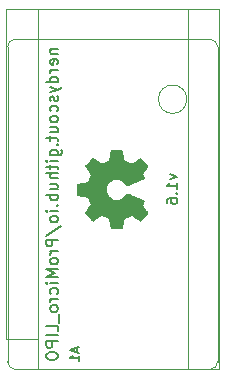
<source format=gbr>
%TF.GenerationSoftware,KiCad,Pcbnew,5.1.6+dfsg1-1~bpo10+1*%
%TF.CreationDate,2020-07-06T17:28:13+00:00*%
%TF.ProjectId,ProMicro_LIPO,50726f4d-6963-4726-9f5f-4c49504f2e6b,v1.6*%
%TF.SameCoordinates,Original*%
%TF.FileFunction,Legend,Bot*%
%TF.FilePolarity,Positive*%
%FSLAX45Y45*%
G04 Gerber Fmt 4.5, Leading zero omitted, Abs format (unit mm)*
G04 Created by KiCad (PCBNEW 5.1.6+dfsg1-1~bpo10+1) date 2020-07-06 17:28:13*
%MOMM*%
%LPD*%
G01*
G04 APERTURE LIST*
%TA.AperFunction,Profile*%
%ADD10C,0.100000*%
%TD*%
%ADD11C,0.200000*%
%ADD12C,0.010000*%
%ADD13C,0.120000*%
%ADD14O,1.600000X1.600000*%
%ADD15R,1.600000X1.600000*%
%ADD16C,2.000000*%
G04 APERTURE END LIST*
D10*
X-127000Y-63500D02*
X-127000Y2603500D01*
X1651000Y2603500D02*
X1651000Y-63500D01*
D11*
X1250714Y1525571D02*
X1310714Y1504143D01*
X1250714Y1482714D01*
X1310714Y1401286D02*
X1310714Y1452714D01*
X1310714Y1427000D02*
X1220714Y1427000D01*
X1233571Y1435571D01*
X1242143Y1444143D01*
X1246429Y1452714D01*
X1302143Y1362714D02*
X1306429Y1358429D01*
X1310714Y1362714D01*
X1306429Y1367000D01*
X1302143Y1362714D01*
X1310714Y1362714D01*
X1220714Y1281286D02*
X1220714Y1298429D01*
X1225000Y1307000D01*
X1229286Y1311286D01*
X1242143Y1319857D01*
X1259286Y1324143D01*
X1293571Y1324143D01*
X1302143Y1319857D01*
X1306429Y1315572D01*
X1310714Y1307000D01*
X1310714Y1289857D01*
X1306429Y1281286D01*
X1302143Y1277000D01*
X1293571Y1272714D01*
X1272143Y1272714D01*
X1263571Y1277000D01*
X1259286Y1281286D01*
X1255000Y1289857D01*
X1255000Y1307000D01*
X1259286Y1315572D01*
X1263571Y1319857D01*
X1272143Y1324143D01*
D10*
X1651000Y-63500D02*
G75*
G02*
X1587500Y-127000I-63500J0D01*
G01*
X-63500Y-127000D02*
G75*
G02*
X-127000Y-63500I0J63500D01*
G01*
X-127000Y2603500D02*
G75*
G02*
X-63500Y2667000I63500J0D01*
G01*
X1587500Y2667000D02*
G75*
G02*
X1651000Y2603500I0J-63500D01*
G01*
D11*
X232571Y2584286D02*
X299238Y2584286D01*
X242095Y2584286D02*
X237333Y2579524D01*
X232571Y2570000D01*
X232571Y2555714D01*
X237333Y2546191D01*
X246857Y2541429D01*
X299238Y2541429D01*
X294476Y2455714D02*
X299238Y2465238D01*
X299238Y2484286D01*
X294476Y2493810D01*
X284952Y2498572D01*
X246857Y2498572D01*
X237333Y2493810D01*
X232571Y2484286D01*
X232571Y2465238D01*
X237333Y2455714D01*
X246857Y2450952D01*
X256381Y2450952D01*
X265905Y2498572D01*
X299238Y2408095D02*
X232571Y2408095D01*
X251619Y2408095D02*
X242095Y2403333D01*
X237333Y2398572D01*
X232571Y2389048D01*
X232571Y2379524D01*
X299238Y2303333D02*
X199238Y2303333D01*
X294476Y2303333D02*
X299238Y2312857D01*
X299238Y2331905D01*
X294476Y2341429D01*
X289714Y2346191D01*
X280190Y2350952D01*
X251619Y2350952D01*
X242095Y2346191D01*
X237333Y2341429D01*
X232571Y2331905D01*
X232571Y2312857D01*
X237333Y2303333D01*
X232571Y2265238D02*
X299238Y2241429D01*
X232571Y2217619D02*
X299238Y2241429D01*
X323048Y2250952D01*
X327810Y2255714D01*
X332571Y2265238D01*
X294476Y2184286D02*
X299238Y2174762D01*
X299238Y2155714D01*
X294476Y2146191D01*
X284952Y2141429D01*
X280190Y2141429D01*
X270667Y2146191D01*
X265905Y2155714D01*
X265905Y2170000D01*
X261143Y2179524D01*
X251619Y2184286D01*
X246857Y2184286D01*
X237333Y2179524D01*
X232571Y2170000D01*
X232571Y2155714D01*
X237333Y2146191D01*
X294476Y2055714D02*
X299238Y2065238D01*
X299238Y2084286D01*
X294476Y2093810D01*
X289714Y2098572D01*
X280190Y2103333D01*
X251619Y2103333D01*
X242095Y2098572D01*
X237333Y2093810D01*
X232571Y2084286D01*
X232571Y2065238D01*
X237333Y2055714D01*
X299238Y1998571D02*
X294476Y2008095D01*
X289714Y2012857D01*
X280190Y2017619D01*
X251619Y2017619D01*
X242095Y2012857D01*
X237333Y2008095D01*
X232571Y1998571D01*
X232571Y1984286D01*
X237333Y1974762D01*
X242095Y1970000D01*
X251619Y1965238D01*
X280190Y1965238D01*
X289714Y1970000D01*
X294476Y1974762D01*
X299238Y1984286D01*
X299238Y1998571D01*
X232571Y1879524D02*
X299238Y1879524D01*
X232571Y1922381D02*
X284952Y1922381D01*
X294476Y1917619D01*
X299238Y1908095D01*
X299238Y1893810D01*
X294476Y1884286D01*
X289714Y1879524D01*
X232571Y1846190D02*
X232571Y1808095D01*
X199238Y1831905D02*
X284952Y1831905D01*
X294476Y1827143D01*
X299238Y1817619D01*
X299238Y1808095D01*
X289714Y1774762D02*
X294476Y1770000D01*
X299238Y1774762D01*
X294476Y1779524D01*
X289714Y1774762D01*
X299238Y1774762D01*
X232571Y1684286D02*
X313524Y1684286D01*
X323048Y1689048D01*
X327810Y1693810D01*
X332571Y1703333D01*
X332571Y1717619D01*
X327810Y1727143D01*
X294476Y1684286D02*
X299238Y1693810D01*
X299238Y1712857D01*
X294476Y1722381D01*
X289714Y1727143D01*
X280190Y1731905D01*
X251619Y1731905D01*
X242095Y1727143D01*
X237333Y1722381D01*
X232571Y1712857D01*
X232571Y1693810D01*
X237333Y1684286D01*
X299238Y1636667D02*
X232571Y1636667D01*
X199238Y1636667D02*
X204000Y1641429D01*
X208762Y1636667D01*
X204000Y1631905D01*
X199238Y1636667D01*
X208762Y1636667D01*
X232571Y1603333D02*
X232571Y1565238D01*
X199238Y1589048D02*
X284952Y1589048D01*
X294476Y1584286D01*
X299238Y1574762D01*
X299238Y1565238D01*
X299238Y1531905D02*
X199238Y1531905D01*
X299238Y1489048D02*
X246857Y1489048D01*
X237333Y1493810D01*
X232571Y1503333D01*
X232571Y1517619D01*
X237333Y1527143D01*
X242095Y1531905D01*
X232571Y1398571D02*
X299238Y1398571D01*
X232571Y1441429D02*
X284952Y1441429D01*
X294476Y1436667D01*
X299238Y1427143D01*
X299238Y1412857D01*
X294476Y1403333D01*
X289714Y1398571D01*
X299238Y1350952D02*
X199238Y1350952D01*
X237333Y1350952D02*
X232571Y1341429D01*
X232571Y1322381D01*
X237333Y1312857D01*
X242095Y1308095D01*
X251619Y1303333D01*
X280190Y1303333D01*
X289714Y1308095D01*
X294476Y1312857D01*
X299238Y1322381D01*
X299238Y1341429D01*
X294476Y1350952D01*
X289714Y1260476D02*
X294476Y1255714D01*
X299238Y1260476D01*
X294476Y1265238D01*
X289714Y1260476D01*
X299238Y1260476D01*
X299238Y1212857D02*
X232571Y1212857D01*
X199238Y1212857D02*
X204000Y1217619D01*
X208762Y1212857D01*
X204000Y1208095D01*
X199238Y1212857D01*
X208762Y1212857D01*
X299238Y1150952D02*
X294476Y1160476D01*
X289714Y1165238D01*
X280190Y1170000D01*
X251619Y1170000D01*
X242095Y1165238D01*
X237333Y1160476D01*
X232571Y1150952D01*
X232571Y1136667D01*
X237333Y1127143D01*
X242095Y1122381D01*
X251619Y1117619D01*
X280190Y1117619D01*
X289714Y1122381D01*
X294476Y1127143D01*
X299238Y1136667D01*
X299238Y1150952D01*
X194476Y1003333D02*
X323048Y1089048D01*
X299238Y970000D02*
X199238Y970000D01*
X199238Y931905D01*
X204000Y922381D01*
X208762Y917619D01*
X218286Y912857D01*
X232571Y912857D01*
X242095Y917619D01*
X246857Y922381D01*
X251619Y931905D01*
X251619Y970000D01*
X299238Y870000D02*
X232571Y870000D01*
X251619Y870000D02*
X242095Y865238D01*
X237333Y860476D01*
X232571Y850952D01*
X232571Y841429D01*
X299238Y793810D02*
X294476Y803333D01*
X289714Y808095D01*
X280190Y812857D01*
X251619Y812857D01*
X242095Y808095D01*
X237333Y803333D01*
X232571Y793810D01*
X232571Y779524D01*
X237333Y770000D01*
X242095Y765238D01*
X251619Y760476D01*
X280190Y760476D01*
X289714Y765238D01*
X294476Y770000D01*
X299238Y779524D01*
X299238Y793810D01*
X299238Y717619D02*
X199238Y717619D01*
X270667Y684286D01*
X199238Y650952D01*
X299238Y650952D01*
X299238Y603333D02*
X232571Y603333D01*
X199238Y603333D02*
X204000Y608095D01*
X208762Y603333D01*
X204000Y598572D01*
X199238Y603333D01*
X208762Y603333D01*
X294476Y512857D02*
X299238Y522381D01*
X299238Y541429D01*
X294476Y550952D01*
X289714Y555714D01*
X280190Y560476D01*
X251619Y560476D01*
X242095Y555714D01*
X237333Y550952D01*
X232571Y541429D01*
X232571Y522381D01*
X237333Y512857D01*
X299238Y470000D02*
X232571Y470000D01*
X251619Y470000D02*
X242095Y465238D01*
X237333Y460476D01*
X232571Y450952D01*
X232571Y441429D01*
X299238Y393810D02*
X294476Y403333D01*
X289714Y408095D01*
X280190Y412857D01*
X251619Y412857D01*
X242095Y408095D01*
X237333Y403333D01*
X232571Y393810D01*
X232571Y379524D01*
X237333Y370000D01*
X242095Y365238D01*
X251619Y360476D01*
X280190Y360476D01*
X289714Y365238D01*
X294476Y370000D01*
X299238Y379524D01*
X299238Y393810D01*
X308762Y341429D02*
X308762Y265238D01*
X299238Y193810D02*
X299238Y241429D01*
X199238Y241429D01*
X299238Y160476D02*
X199238Y160476D01*
X299238Y112857D02*
X199238Y112857D01*
X199238Y74762D01*
X204000Y65238D01*
X208762Y60476D01*
X218286Y55714D01*
X232571Y55714D01*
X242095Y60476D01*
X246857Y65238D01*
X251619Y74762D01*
X251619Y112857D01*
X199238Y-6190D02*
X199238Y-25238D01*
X204000Y-34762D01*
X213524Y-44286D01*
X232571Y-49048D01*
X265905Y-49048D01*
X284952Y-44286D01*
X294476Y-34762D01*
X299238Y-25238D01*
X299238Y-6190D01*
X294476Y3333D01*
X284952Y12857D01*
X265905Y17619D01*
X232571Y17619D01*
X213524Y12857D01*
X204000Y3333D01*
X199238Y-6190D01*
D10*
X1587500Y2667000D02*
X-63500Y2667000D01*
X-63500Y-127000D02*
X1587500Y-127000D01*
D12*
G36*
X508893Y1341419D02*
G01*
X553356Y1333037D01*
X566105Y1302108D01*
X578855Y1271179D01*
X553625Y1234075D01*
X546600Y1223684D01*
X540327Y1214291D01*
X535094Y1206335D01*
X531186Y1200253D01*
X528889Y1196484D01*
X528394Y1195458D01*
X529668Y1193609D01*
X533188Y1189658D01*
X538506Y1184048D01*
X545172Y1177221D01*
X552735Y1169621D01*
X560747Y1161691D01*
X568757Y1153873D01*
X576316Y1146609D01*
X582975Y1140344D01*
X588282Y1135520D01*
X591789Y1132579D01*
X592962Y1131876D01*
X595126Y1132888D01*
X599866Y1135724D01*
X606719Y1140087D01*
X615222Y1145678D01*
X624909Y1152199D01*
X630435Y1155978D01*
X640525Y1162866D01*
X649630Y1168986D01*
X657297Y1174042D01*
X663073Y1177737D01*
X666504Y1179774D01*
X667225Y1180080D01*
X669275Y1179386D01*
X674051Y1177495D01*
X680883Y1174691D01*
X689099Y1171261D01*
X698027Y1167489D01*
X706996Y1163661D01*
X715334Y1160063D01*
X722369Y1156979D01*
X727431Y1154696D01*
X729847Y1153498D01*
X729942Y1153428D01*
X730404Y1151547D01*
X731433Y1146538D01*
X732929Y1138921D01*
X734790Y1129214D01*
X736916Y1117936D01*
X738142Y1111356D01*
X740436Y1099305D01*
X742619Y1088420D01*
X744572Y1079252D01*
X746175Y1072352D01*
X747308Y1068270D01*
X747667Y1067449D01*
X750101Y1066645D01*
X755596Y1065997D01*
X763511Y1065503D01*
X773203Y1065164D01*
X784029Y1064978D01*
X795346Y1064946D01*
X806513Y1065067D01*
X816887Y1065341D01*
X825824Y1065767D01*
X832683Y1066345D01*
X836820Y1067073D01*
X837681Y1067511D01*
X838713Y1070124D01*
X840189Y1075661D01*
X841935Y1083389D01*
X843778Y1092577D01*
X844374Y1095784D01*
X847207Y1111248D01*
X849488Y1123463D01*
X851308Y1132833D01*
X852758Y1139762D01*
X853929Y1144653D01*
X854911Y1147910D01*
X855796Y1149937D01*
X856672Y1151137D01*
X856846Y1151305D01*
X859637Y1152982D01*
X865069Y1155539D01*
X872478Y1158721D01*
X881196Y1162274D01*
X890561Y1165942D01*
X899905Y1169469D01*
X908565Y1172600D01*
X915874Y1175081D01*
X921168Y1176655D01*
X923781Y1177067D01*
X923873Y1177032D01*
X926009Y1175636D01*
X930708Y1172468D01*
X937483Y1167861D01*
X945842Y1162148D01*
X955298Y1155663D01*
X957985Y1153816D01*
X967727Y1147230D01*
X976616Y1141435D01*
X984141Y1136746D01*
X989792Y1133479D01*
X993058Y1131950D01*
X993459Y1131876D01*
X995568Y1133161D01*
X999746Y1136711D01*
X1005544Y1142071D01*
X1012513Y1148783D01*
X1020204Y1156391D01*
X1028168Y1164440D01*
X1035956Y1172471D01*
X1043119Y1180030D01*
X1049207Y1186660D01*
X1053772Y1191903D01*
X1056365Y1195305D01*
X1056788Y1196246D01*
X1055791Y1198436D01*
X1053102Y1202920D01*
X1049174Y1208968D01*
X1046012Y1213621D01*
X1040210Y1222053D01*
X1033378Y1232037D01*
X1026558Y1242053D01*
X1022907Y1247437D01*
X1010580Y1265663D01*
X1018852Y1280962D01*
X1022476Y1287932D01*
X1025293Y1293859D01*
X1026899Y1297869D01*
X1027123Y1298890D01*
X1025472Y1300117D01*
X1020808Y1302539D01*
X1013561Y1305974D01*
X1004161Y1310241D01*
X993037Y1315161D01*
X980621Y1320551D01*
X967343Y1326232D01*
X953633Y1332022D01*
X939920Y1337741D01*
X926636Y1343208D01*
X914210Y1348242D01*
X903072Y1352662D01*
X893654Y1356288D01*
X886384Y1358939D01*
X881694Y1360434D01*
X880083Y1360675D01*
X878029Y1358769D01*
X874693Y1354596D01*
X870770Y1349029D01*
X870460Y1348562D01*
X858942Y1334174D01*
X845505Y1322572D01*
X830578Y1313857D01*
X814591Y1308130D01*
X797974Y1305491D01*
X781155Y1306042D01*
X764565Y1309881D01*
X748634Y1317111D01*
X745149Y1319237D01*
X731074Y1330300D01*
X719771Y1343370D01*
X711300Y1357994D01*
X705719Y1373719D01*
X703087Y1390094D01*
X703463Y1406667D01*
X706905Y1422984D01*
X713472Y1438593D01*
X723223Y1453043D01*
X727181Y1457513D01*
X739570Y1468889D01*
X752612Y1477178D01*
X767231Y1482864D01*
X781709Y1486031D01*
X797986Y1486813D01*
X814344Y1484206D01*
X830230Y1478475D01*
X845091Y1469886D01*
X858373Y1458701D01*
X869526Y1445188D01*
X870701Y1443412D01*
X874551Y1437785D01*
X877886Y1433508D01*
X880016Y1431463D01*
X880083Y1431433D01*
X882387Y1431872D01*
X887616Y1433612D01*
X895339Y1436473D01*
X905127Y1440273D01*
X916549Y1444833D01*
X929176Y1449970D01*
X942577Y1455504D01*
X956322Y1461254D01*
X969981Y1467040D01*
X983124Y1472680D01*
X995320Y1477994D01*
X1006141Y1482801D01*
X1015155Y1486920D01*
X1021932Y1490170D01*
X1026043Y1492370D01*
X1027123Y1493256D01*
X1026282Y1495964D01*
X1024027Y1501030D01*
X1020761Y1507582D01*
X1018852Y1511184D01*
X1010580Y1526483D01*
X1022907Y1544709D01*
X1029223Y1554012D01*
X1036173Y1564198D01*
X1042716Y1573744D01*
X1046012Y1578525D01*
X1050527Y1585249D01*
X1054106Y1590944D01*
X1056294Y1594865D01*
X1056756Y1596138D01*
X1055509Y1597992D01*
X1052025Y1602094D01*
X1046668Y1608047D01*
X1039798Y1615454D01*
X1031778Y1623916D01*
X1026629Y1629268D01*
X1017429Y1638632D01*
X1009200Y1646724D01*
X1002294Y1653218D01*
X997064Y1657786D01*
X993862Y1660101D01*
X993212Y1660323D01*
X990739Y1659292D01*
X985740Y1656444D01*
X978721Y1652094D01*
X970187Y1646558D01*
X960646Y1640152D01*
X957985Y1638330D01*
X948317Y1631693D01*
X939612Y1625738D01*
X932359Y1620798D01*
X927049Y1617207D01*
X924170Y1615298D01*
X923873Y1615114D01*
X921578Y1615389D01*
X916534Y1616854D01*
X909404Y1619251D01*
X900855Y1622327D01*
X891551Y1625824D01*
X882157Y1629489D01*
X873340Y1633066D01*
X865763Y1636299D01*
X860093Y1638934D01*
X856994Y1640714D01*
X856846Y1640841D01*
X855960Y1641929D01*
X855084Y1643768D01*
X854128Y1646761D01*
X853000Y1651310D01*
X851609Y1657821D01*
X849866Y1666696D01*
X847680Y1678339D01*
X844959Y1693154D01*
X844374Y1696362D01*
X842537Y1705869D01*
X840740Y1714156D01*
X839157Y1720493D01*
X837960Y1724146D01*
X837681Y1724636D01*
X835207Y1725443D01*
X829679Y1726099D01*
X821739Y1726603D01*
X812030Y1726956D01*
X801194Y1727156D01*
X789874Y1727204D01*
X778713Y1727098D01*
X768353Y1726838D01*
X759437Y1726425D01*
X752607Y1725856D01*
X748507Y1725133D01*
X747667Y1724697D01*
X746821Y1722270D01*
X745443Y1716743D01*
X743655Y1708666D01*
X741575Y1698591D01*
X739322Y1687068D01*
X738142Y1680790D01*
X735915Y1668879D01*
X733898Y1658256D01*
X732191Y1649443D01*
X730897Y1642957D01*
X730115Y1639317D01*
X729942Y1638718D01*
X727989Y1637706D01*
X723284Y1635566D01*
X716500Y1632584D01*
X708309Y1629044D01*
X699383Y1625233D01*
X690394Y1621435D01*
X682014Y1617936D01*
X674915Y1615021D01*
X669769Y1612974D01*
X667250Y1612082D01*
X667140Y1612066D01*
X665152Y1613077D01*
X660578Y1615912D01*
X653872Y1620272D01*
X645488Y1625861D01*
X635883Y1632379D01*
X630365Y1636168D01*
X620248Y1643072D01*
X611063Y1649205D01*
X603274Y1654266D01*
X597347Y1657957D01*
X593745Y1659978D01*
X592938Y1660270D01*
X591058Y1659015D01*
X587046Y1655546D01*
X581349Y1650306D01*
X574419Y1643738D01*
X566703Y1636286D01*
X558653Y1628391D01*
X550716Y1620498D01*
X543344Y1613050D01*
X536985Y1606489D01*
X532089Y1601260D01*
X529106Y1597804D01*
X528394Y1596648D01*
X529395Y1594765D01*
X532208Y1590263D01*
X536545Y1583579D01*
X542122Y1575150D01*
X548651Y1565414D01*
X553625Y1558071D01*
X578855Y1520967D01*
X553356Y1459109D01*
X508893Y1450727D01*
X464431Y1442345D01*
X464431Y1349801D01*
X508893Y1341419D01*
G37*
X508893Y1341419D02*
X553356Y1333037D01*
X566105Y1302108D01*
X578855Y1271179D01*
X553625Y1234075D01*
X546600Y1223684D01*
X540327Y1214291D01*
X535094Y1206335D01*
X531186Y1200253D01*
X528889Y1196484D01*
X528394Y1195458D01*
X529668Y1193609D01*
X533188Y1189658D01*
X538506Y1184048D01*
X545172Y1177221D01*
X552735Y1169621D01*
X560747Y1161691D01*
X568757Y1153873D01*
X576316Y1146609D01*
X582975Y1140344D01*
X588282Y1135520D01*
X591789Y1132579D01*
X592962Y1131876D01*
X595126Y1132888D01*
X599866Y1135724D01*
X606719Y1140087D01*
X615222Y1145678D01*
X624909Y1152199D01*
X630435Y1155978D01*
X640525Y1162866D01*
X649630Y1168986D01*
X657297Y1174042D01*
X663073Y1177737D01*
X666504Y1179774D01*
X667225Y1180080D01*
X669275Y1179386D01*
X674051Y1177495D01*
X680883Y1174691D01*
X689099Y1171261D01*
X698027Y1167489D01*
X706996Y1163661D01*
X715334Y1160063D01*
X722369Y1156979D01*
X727431Y1154696D01*
X729847Y1153498D01*
X729942Y1153428D01*
X730404Y1151547D01*
X731433Y1146538D01*
X732929Y1138921D01*
X734790Y1129214D01*
X736916Y1117936D01*
X738142Y1111356D01*
X740436Y1099305D01*
X742619Y1088420D01*
X744572Y1079252D01*
X746175Y1072352D01*
X747308Y1068270D01*
X747667Y1067449D01*
X750101Y1066645D01*
X755596Y1065997D01*
X763511Y1065503D01*
X773203Y1065164D01*
X784029Y1064978D01*
X795346Y1064946D01*
X806513Y1065067D01*
X816887Y1065341D01*
X825824Y1065767D01*
X832683Y1066345D01*
X836820Y1067073D01*
X837681Y1067511D01*
X838713Y1070124D01*
X840189Y1075661D01*
X841935Y1083389D01*
X843778Y1092577D01*
X844374Y1095784D01*
X847207Y1111248D01*
X849488Y1123463D01*
X851308Y1132833D01*
X852758Y1139762D01*
X853929Y1144653D01*
X854911Y1147910D01*
X855796Y1149937D01*
X856672Y1151137D01*
X856846Y1151305D01*
X859637Y1152982D01*
X865069Y1155539D01*
X872478Y1158721D01*
X881196Y1162274D01*
X890561Y1165942D01*
X899905Y1169469D01*
X908565Y1172600D01*
X915874Y1175081D01*
X921168Y1176655D01*
X923781Y1177067D01*
X923873Y1177032D01*
X926009Y1175636D01*
X930708Y1172468D01*
X937483Y1167861D01*
X945842Y1162148D01*
X955298Y1155663D01*
X957985Y1153816D01*
X967727Y1147230D01*
X976616Y1141435D01*
X984141Y1136746D01*
X989792Y1133479D01*
X993058Y1131950D01*
X993459Y1131876D01*
X995568Y1133161D01*
X999746Y1136711D01*
X1005544Y1142071D01*
X1012513Y1148783D01*
X1020204Y1156391D01*
X1028168Y1164440D01*
X1035956Y1172471D01*
X1043119Y1180030D01*
X1049207Y1186660D01*
X1053772Y1191903D01*
X1056365Y1195305D01*
X1056788Y1196246D01*
X1055791Y1198436D01*
X1053102Y1202920D01*
X1049174Y1208968D01*
X1046012Y1213621D01*
X1040210Y1222053D01*
X1033378Y1232037D01*
X1026558Y1242053D01*
X1022907Y1247437D01*
X1010580Y1265663D01*
X1018852Y1280962D01*
X1022476Y1287932D01*
X1025293Y1293859D01*
X1026899Y1297869D01*
X1027123Y1298890D01*
X1025472Y1300117D01*
X1020808Y1302539D01*
X1013561Y1305974D01*
X1004161Y1310241D01*
X993037Y1315161D01*
X980621Y1320551D01*
X967343Y1326232D01*
X953633Y1332022D01*
X939920Y1337741D01*
X926636Y1343208D01*
X914210Y1348242D01*
X903072Y1352662D01*
X893654Y1356288D01*
X886384Y1358939D01*
X881694Y1360434D01*
X880083Y1360675D01*
X878029Y1358769D01*
X874693Y1354596D01*
X870770Y1349029D01*
X870460Y1348562D01*
X858942Y1334174D01*
X845505Y1322572D01*
X830578Y1313857D01*
X814591Y1308130D01*
X797974Y1305491D01*
X781155Y1306042D01*
X764565Y1309881D01*
X748634Y1317111D01*
X745149Y1319237D01*
X731074Y1330300D01*
X719771Y1343370D01*
X711300Y1357994D01*
X705719Y1373719D01*
X703087Y1390094D01*
X703463Y1406667D01*
X706905Y1422984D01*
X713472Y1438593D01*
X723223Y1453043D01*
X727181Y1457513D01*
X739570Y1468889D01*
X752612Y1477178D01*
X767231Y1482864D01*
X781709Y1486031D01*
X797986Y1486813D01*
X814344Y1484206D01*
X830230Y1478475D01*
X845091Y1469886D01*
X858373Y1458701D01*
X869526Y1445188D01*
X870701Y1443412D01*
X874551Y1437785D01*
X877886Y1433508D01*
X880016Y1431463D01*
X880083Y1431433D01*
X882387Y1431872D01*
X887616Y1433612D01*
X895339Y1436473D01*
X905127Y1440273D01*
X916549Y1444833D01*
X929176Y1449970D01*
X942577Y1455504D01*
X956322Y1461254D01*
X969981Y1467040D01*
X983124Y1472680D01*
X995320Y1477994D01*
X1006141Y1482801D01*
X1015155Y1486920D01*
X1021932Y1490170D01*
X1026043Y1492370D01*
X1027123Y1493256D01*
X1026282Y1495964D01*
X1024027Y1501030D01*
X1020761Y1507582D01*
X1018852Y1511184D01*
X1010580Y1526483D01*
X1022907Y1544709D01*
X1029223Y1554012D01*
X1036173Y1564198D01*
X1042716Y1573744D01*
X1046012Y1578525D01*
X1050527Y1585249D01*
X1054106Y1590944D01*
X1056294Y1594865D01*
X1056756Y1596138D01*
X1055509Y1597992D01*
X1052025Y1602094D01*
X1046668Y1608047D01*
X1039798Y1615454D01*
X1031778Y1623916D01*
X1026629Y1629268D01*
X1017429Y1638632D01*
X1009200Y1646724D01*
X1002294Y1653218D01*
X997064Y1657786D01*
X993862Y1660101D01*
X993212Y1660323D01*
X990739Y1659292D01*
X985740Y1656444D01*
X978721Y1652094D01*
X970187Y1646558D01*
X960646Y1640152D01*
X957985Y1638330D01*
X948317Y1631693D01*
X939612Y1625738D01*
X932359Y1620798D01*
X927049Y1617207D01*
X924170Y1615298D01*
X923873Y1615114D01*
X921578Y1615389D01*
X916534Y1616854D01*
X909404Y1619251D01*
X900855Y1622327D01*
X891551Y1625824D01*
X882157Y1629489D01*
X873340Y1633066D01*
X865763Y1636299D01*
X860093Y1638934D01*
X856994Y1640714D01*
X856846Y1640841D01*
X855960Y1641929D01*
X855084Y1643768D01*
X854128Y1646761D01*
X853000Y1651310D01*
X851609Y1657821D01*
X849866Y1666696D01*
X847680Y1678339D01*
X844959Y1693154D01*
X844374Y1696362D01*
X842537Y1705869D01*
X840740Y1714156D01*
X839157Y1720493D01*
X837960Y1724146D01*
X837681Y1724636D01*
X835207Y1725443D01*
X829679Y1726099D01*
X821739Y1726603D01*
X812030Y1726956D01*
X801194Y1727156D01*
X789874Y1727204D01*
X778713Y1727098D01*
X768353Y1726838D01*
X759437Y1726425D01*
X752607Y1725856D01*
X748507Y1725133D01*
X747667Y1724697D01*
X746821Y1722270D01*
X745443Y1716743D01*
X743655Y1708666D01*
X741575Y1698591D01*
X739322Y1687068D01*
X738142Y1680790D01*
X735915Y1668879D01*
X733898Y1658256D01*
X732191Y1649443D01*
X730897Y1642957D01*
X730115Y1639317D01*
X729942Y1638718D01*
X727989Y1637706D01*
X723284Y1635566D01*
X716500Y1632584D01*
X708309Y1629044D01*
X699383Y1625233D01*
X690394Y1621435D01*
X682014Y1617936D01*
X674915Y1615021D01*
X669769Y1612974D01*
X667250Y1612082D01*
X667140Y1612066D01*
X665152Y1613077D01*
X660578Y1615912D01*
X653872Y1620272D01*
X645488Y1625861D01*
X635883Y1632379D01*
X630365Y1636168D01*
X620248Y1643072D01*
X611063Y1649205D01*
X603274Y1654266D01*
X597347Y1657957D01*
X593745Y1659978D01*
X592938Y1660270D01*
X591058Y1659015D01*
X587046Y1655546D01*
X581349Y1650306D01*
X574419Y1643738D01*
X566703Y1636286D01*
X558653Y1628391D01*
X550716Y1620498D01*
X543344Y1613050D01*
X536985Y1606489D01*
X532089Y1601260D01*
X529106Y1597804D01*
X528394Y1596648D01*
X529395Y1594765D01*
X532208Y1590263D01*
X536545Y1583579D01*
X542122Y1575150D01*
X548651Y1565414D01*
X553625Y1558071D01*
X578855Y1520967D01*
X553356Y1459109D01*
X508893Y1450727D01*
X464431Y1442345D01*
X464431Y1349801D01*
X508893Y1341419D01*
D13*
X1664000Y-127000D02*
X127000Y-127000D01*
X1664000Y2921000D02*
X1664000Y-127000D01*
X-140000Y2921000D02*
X1664000Y2921000D01*
X127000Y-127000D02*
X127000Y2921000D01*
X127000Y127000D02*
X-140000Y127000D01*
X1397000Y-127000D02*
X1397000Y2921000D01*
X-140000Y127000D02*
X-140000Y2921000D01*
X1390000Y2159000D02*
G75*
G03*
X1390000Y2159000I-120000J0D01*
G01*
D11*
X457833Y57143D02*
X457833Y19048D01*
X480690Y64762D02*
X400690Y38095D01*
X480690Y11429D01*
X480690Y-57143D02*
X480690Y-11428D01*
X480690Y-34286D02*
X400690Y-34286D01*
X412119Y-26667D01*
X419738Y-19048D01*
X423548Y-11428D01*
%LPC*%
D14*
X1524000Y0D03*
X1524000Y254000D03*
X1524000Y508000D03*
X0Y2794000D03*
X1524000Y762000D03*
X0Y2540000D03*
X1524000Y1016000D03*
X0Y2286000D03*
X1524000Y1270000D03*
X0Y2032000D03*
X1524000Y1524000D03*
X0Y1778000D03*
X1524000Y1778000D03*
X0Y1524000D03*
X1524000Y2032000D03*
X0Y1270000D03*
X1524000Y2286000D03*
X0Y1016000D03*
X1524000Y2540000D03*
X0Y762000D03*
X1524000Y2794000D03*
X0Y508000D03*
X0Y254000D03*
D15*
X0Y0D03*
D16*
X1270000Y2159000D03*
M02*

</source>
